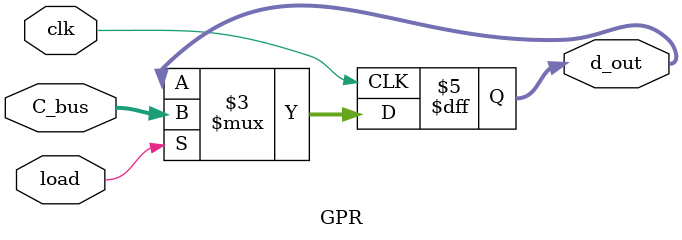
<source format=v>
`timescale 1ns / 1ps
module GPR(clk, load, C_bus, d_out);

input clk, load;
input [23:0] C_bus;
output [23:0] d_out;
reg [23:0] d_out = 24'b0;

always@(posedge clk)
	begin
		if(load) d_out <= C_bus;
	end
	
endmodule

</source>
